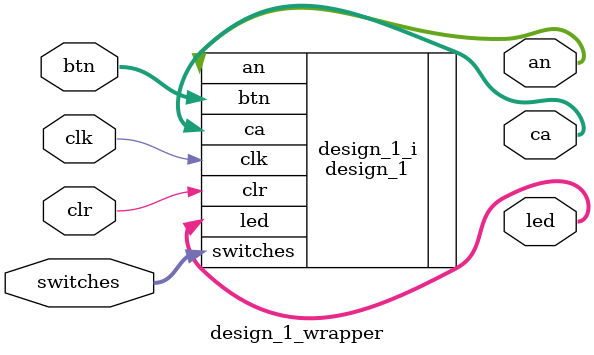
<source format=v>
`timescale 1 ps / 1 ps

module design_1_wrapper
   (an,
    btn,
    ca,
    clk,
    clr,
    led,
    switches);
  output [3:0]an;
  input [2:0]btn;
  output [6:0]ca;
  input clk;
  input clr;
  output [3:0]led;
  input [3:0]switches;

  wire [3:0]an;
  wire [2:0]btn;
  wire [6:0]ca;
  wire clk;
  wire clr;
  wire [3:0]led;
  wire [3:0]switches;

  design_1 design_1_i
       (.an(an),
        .btn(btn),
        .ca(ca),
        .clk(clk),
        .clr(clr),
        .led(led),
        .switches(switches));
endmodule

</source>
